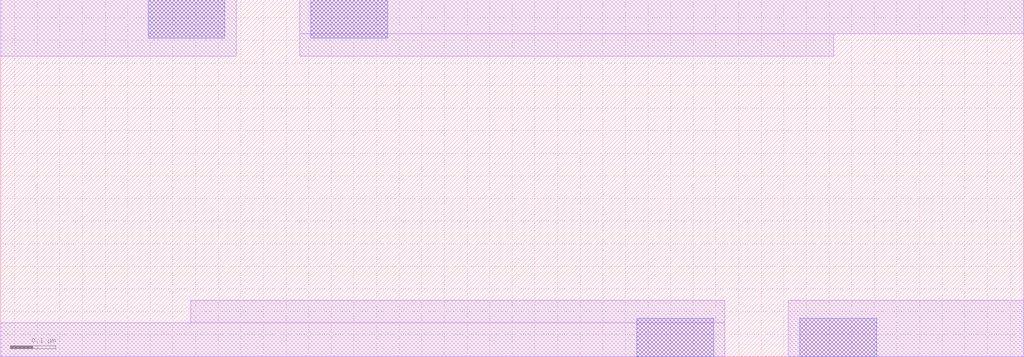
<source format=lef>
# Copyright 2020 The SkyWater PDK Authors
#
# Licensed under the Apache License, Version 2.0 (the "License");
# you may not use this file except in compliance with the License.
# You may obtain a copy of the License at
#
#     https://www.apache.org/licenses/LICENSE-2.0
#
# Unless required by applicable law or agreed to in writing, software
# distributed under the License is distributed on an "AS IS" BASIS,
# WITHOUT WARRANTIES OR CONDITIONS OF ANY KIND, either express or implied.
# See the License for the specific language governing permissions and
# limitations under the License.
#
# SPDX-License-Identifier: Apache-2.0

VERSION 5.7 ;
  NOWIREEXTENSIONATPIN ON ;
  DIVIDERCHAR "/" ;
  BUSBITCHARS "[]" ;
MACRO sky130_fd_bd_sram__sram_dp_horstrap_limcon
  CLASS BLOCK ;
  FOREIGN sky130_fd_bd_sram__sram_dp_horstrap_limcon ;
  ORIGIN -0.070000  0.000000 ;
  SIZE  2.260000 BY  0.790000 ;
  OBS
    LAYER li1 ;
      RECT 0.070000 0.000000 1.670000 0.075000 ;
      RECT 0.070000 0.665000 0.590000 0.790000 ;
      RECT 0.490000 0.075000 1.670000 0.125000 ;
      RECT 0.730000 0.665000 1.910000 0.715000 ;
      RECT 0.730000 0.715000 2.330000 0.790000 ;
      RECT 1.810000 0.000000 2.330000 0.125000 ;
    LAYER mcon ;
      RECT 0.395000 0.705000 0.565000 0.790000 ;
      RECT 0.755000 0.705000 0.925000 0.790000 ;
      RECT 1.475000 0.000000 1.645000 0.085000 ;
      RECT 1.835000 0.000000 2.005000 0.085000 ;
    LAYER met1 ;
      RECT 0.395000 0.705000 0.565000 0.790000 ;
      RECT 0.755000 0.705000 0.925000 0.790000 ;
      RECT 1.475000 0.000000 1.645000 0.085000 ;
      RECT 1.835000 0.000000 2.005000 0.085000 ;
  END
END sky130_fd_bd_sram__sram_dp_horstrap_limcon
END LIBRARY

</source>
